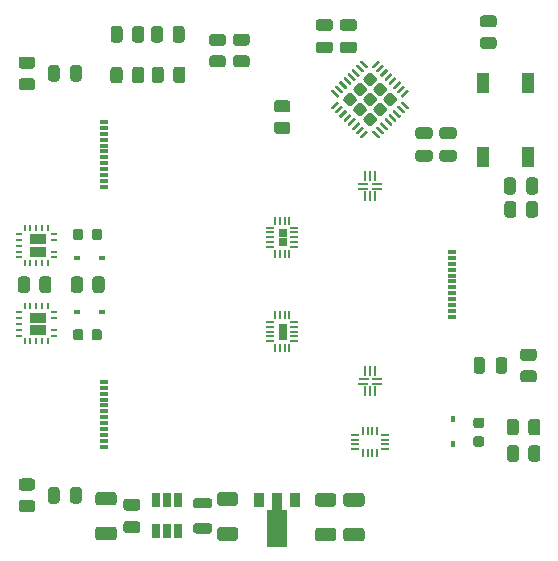
<source format=gbr>
G04 #@! TF.GenerationSoftware,KiCad,Pcbnew,5.1.9-73d0e3b20d~88~ubuntu20.04.1*
G04 #@! TF.CreationDate,2021-01-17T19:34:15+02:00*
G04 #@! TF.ProjectId,USB-TypeC-Switch,5553422d-5479-4706-9543-2d5377697463,rev?*
G04 #@! TF.SameCoordinates,Original*
G04 #@! TF.FileFunction,Paste,Top*
G04 #@! TF.FilePolarity,Positive*
%FSLAX46Y46*%
G04 Gerber Fmt 4.6, Leading zero omitted, Abs format (unit mm)*
G04 Created by KiCad (PCBNEW 5.1.9-73d0e3b20d~88~ubuntu20.04.1) date 2021-01-17 19:34:15*
%MOMM*%
%LPD*%
G01*
G04 APERTURE LIST*
%ADD10C,0.010000*%
%ADD11R,0.710000X0.200000*%
%ADD12R,0.200000X0.710000*%
%ADD13R,0.200000X0.800000*%
%ADD14R,0.800000X0.200000*%
%ADD15R,0.914400X0.225000*%
%ADD16R,0.812800X0.225000*%
%ADD17R,0.225000X0.812800*%
%ADD18R,0.178600X0.604799*%
%ADD19R,0.604799X0.178600*%
%ADD20R,1.346200X0.812800*%
%ADD21R,0.700000X0.320000*%
%ADD22R,0.650000X1.220000*%
%ADD23C,0.100000*%
%ADD24R,0.900000X1.300000*%
%ADD25R,1.000000X1.700000*%
%ADD26R,0.600000X0.450000*%
%ADD27R,0.450000X0.600000*%
G04 APERTURE END LIST*
D10*
G36*
X55650000Y-115660000D02*
G01*
X55050000Y-115660000D01*
X55050000Y-115060000D01*
X55650000Y-115060000D01*
X55650000Y-115660000D01*
G37*
X55650000Y-115660000D02*
X55050000Y-115660000D01*
X55050000Y-115060000D01*
X55650000Y-115060000D01*
X55650000Y-115660000D01*
G36*
X55650000Y-114940000D02*
G01*
X55050000Y-114940000D01*
X55050000Y-114340000D01*
X55650000Y-114340000D01*
X55650000Y-114940000D01*
G37*
X55650000Y-114940000D02*
X55050000Y-114940000D01*
X55050000Y-114340000D01*
X55650000Y-114340000D01*
X55650000Y-114940000D01*
G36*
X55650000Y-107660000D02*
G01*
X55050000Y-107660000D01*
X55050000Y-107060000D01*
X55650000Y-107060000D01*
X55650000Y-107660000D01*
G37*
X55650000Y-107660000D02*
X55050000Y-107660000D01*
X55050000Y-107060000D01*
X55650000Y-107060000D01*
X55650000Y-107660000D01*
G36*
X55650000Y-106940000D02*
G01*
X55050000Y-106940000D01*
X55050000Y-106340000D01*
X55650000Y-106340000D01*
X55650000Y-106940000D01*
G37*
X55650000Y-106940000D02*
X55050000Y-106940000D01*
X55050000Y-106340000D01*
X55650000Y-106340000D01*
X55650000Y-106940000D01*
G36*
G01*
X49191250Y-129975000D02*
X48028750Y-129975000D01*
G75*
G02*
X47810000Y-129756250I0J218750D01*
G01*
X47810000Y-129318750D01*
G75*
G02*
X48028750Y-129100000I218750J0D01*
G01*
X49191250Y-129100000D01*
G75*
G02*
X49410000Y-129318750I0J-218750D01*
G01*
X49410000Y-129756250D01*
G75*
G02*
X49191250Y-129975000I-218750J0D01*
G01*
G37*
G36*
G01*
X49191250Y-132100000D02*
X48028750Y-132100000D01*
G75*
G02*
X47810000Y-131881250I0J218750D01*
G01*
X47810000Y-131443750D01*
G75*
G02*
X48028750Y-131225000I218750J0D01*
G01*
X49191250Y-131225000D01*
G75*
G02*
X49410000Y-131443750I0J-218750D01*
G01*
X49410000Y-131881250D01*
G75*
G02*
X49191250Y-132100000I-218750J0D01*
G01*
G37*
D11*
X56345000Y-115800000D03*
X56345000Y-115400000D03*
X56345000Y-115000000D03*
X56345000Y-114600000D03*
X56345000Y-114200000D03*
D12*
X55950000Y-113605000D03*
X55550000Y-113605000D03*
X55150000Y-113605000D03*
X54750000Y-113605000D03*
D11*
X54355000Y-114200000D03*
X54355000Y-114600000D03*
X54355000Y-115000000D03*
X54355000Y-115400000D03*
X54355000Y-115800000D03*
D12*
X54750000Y-116395000D03*
X55150000Y-116395000D03*
X55550000Y-116395000D03*
X55950000Y-116395000D03*
D11*
X56345000Y-107800000D03*
X56345000Y-107400000D03*
X56345000Y-107000000D03*
X56345000Y-106600000D03*
X56345000Y-106200000D03*
D12*
X55950000Y-105605000D03*
X55550000Y-105605000D03*
X55150000Y-105605000D03*
X54750000Y-105605000D03*
D11*
X54355000Y-106200000D03*
X54355000Y-106600000D03*
X54355000Y-107000000D03*
X54355000Y-107400000D03*
X54355000Y-107800000D03*
D12*
X54750000Y-108395000D03*
X55150000Y-108395000D03*
X55550000Y-108395000D03*
X55950000Y-108395000D03*
D13*
X63390000Y-123450000D03*
X62990000Y-123450000D03*
X62590000Y-123450000D03*
X62190000Y-123450000D03*
D14*
X61490000Y-123750000D03*
X61490000Y-124150000D03*
X61490000Y-124550000D03*
X61490000Y-124950000D03*
D13*
X62190000Y-125250000D03*
X62590000Y-125250000D03*
X62990000Y-125250000D03*
X63390000Y-125250000D03*
D14*
X64090000Y-124950000D03*
X64090000Y-124550000D03*
X64090000Y-124150000D03*
X64090000Y-123750000D03*
D15*
X62253900Y-119000000D03*
D16*
X62203100Y-119400000D03*
D17*
X62400001Y-120060100D03*
X62800000Y-120060100D03*
X63199999Y-120060100D03*
D16*
X63396900Y-119400000D03*
X63396900Y-119000000D03*
D17*
X63199999Y-118339900D03*
X62800000Y-118339900D03*
X62400001Y-118339900D03*
D15*
X63346100Y-102900000D03*
D16*
X63396900Y-102500000D03*
D17*
X63199999Y-101839900D03*
X62800000Y-101839900D03*
X62400001Y-101839900D03*
D16*
X62203100Y-102500000D03*
X62203100Y-102900000D03*
D17*
X62400001Y-103560100D03*
X62800000Y-103560100D03*
X63199999Y-103560100D03*
D18*
X35530001Y-112843800D03*
X35029999Y-112843800D03*
X34530000Y-112843800D03*
X34030001Y-112843800D03*
X33529999Y-112843800D03*
D19*
X33033800Y-113339999D03*
X33033800Y-113840001D03*
X33033800Y-114340000D03*
X33033800Y-114839999D03*
X33033800Y-115340001D03*
D18*
X33529999Y-115836200D03*
X34030001Y-115836200D03*
X34530000Y-115836200D03*
X35029999Y-115836200D03*
X35530001Y-115836200D03*
D19*
X36026200Y-115340001D03*
X36026200Y-114839999D03*
X36026200Y-113840001D03*
X36026200Y-113339999D03*
D20*
X34700000Y-113820000D03*
X34700000Y-114860000D03*
D18*
X35530001Y-106223800D03*
X35029999Y-106223800D03*
X34530000Y-106223800D03*
X34030001Y-106223800D03*
X33529999Y-106223800D03*
D19*
X33033800Y-106719999D03*
X33033800Y-107220001D03*
X33033800Y-107720000D03*
X33033800Y-108219999D03*
X33033800Y-108720001D03*
D18*
X33529999Y-109216200D03*
X34030001Y-109216200D03*
X34530000Y-109216200D03*
X35029999Y-109216200D03*
X35530001Y-109216200D03*
D19*
X36026200Y-108720001D03*
X36026200Y-108219999D03*
X36026200Y-107220001D03*
X36026200Y-106719999D03*
D20*
X34700000Y-107200000D03*
X34700000Y-108240000D03*
D21*
X40240000Y-119250000D03*
X40240000Y-119750000D03*
X40240000Y-120250000D03*
X40240000Y-120750000D03*
X40240000Y-121250000D03*
X40240000Y-121750000D03*
X40240000Y-122250000D03*
X40240000Y-122750000D03*
X40240000Y-123250000D03*
X40240000Y-123750000D03*
X40240000Y-124250000D03*
X40240000Y-124750000D03*
X69760000Y-113750000D03*
X69760000Y-113250000D03*
X69760000Y-112750000D03*
X69760000Y-112250000D03*
X69760000Y-111750000D03*
X69760000Y-111250000D03*
X69760000Y-110750000D03*
X69760000Y-110250000D03*
X69760000Y-109750000D03*
X69760000Y-109250000D03*
X69760000Y-108750000D03*
X69760000Y-108250000D03*
X40240000Y-97250000D03*
X40240000Y-97750000D03*
X40240000Y-98250000D03*
X40240000Y-98750000D03*
X40240000Y-99250000D03*
X40240000Y-99750000D03*
X40240000Y-100250000D03*
X40240000Y-100750000D03*
X40240000Y-101250000D03*
X40240000Y-101750000D03*
X40240000Y-102250000D03*
X40240000Y-102750000D03*
G36*
G01*
X43095000Y-130150000D02*
X42145000Y-130150000D01*
G75*
G02*
X41895000Y-129900000I0J250000D01*
G01*
X41895000Y-129400000D01*
G75*
G02*
X42145000Y-129150000I250000J0D01*
G01*
X43095000Y-129150000D01*
G75*
G02*
X43345000Y-129400000I0J-250000D01*
G01*
X43345000Y-129900000D01*
G75*
G02*
X43095000Y-130150000I-250000J0D01*
G01*
G37*
G36*
G01*
X43095000Y-132050000D02*
X42145000Y-132050000D01*
G75*
G02*
X41895000Y-131800000I0J250000D01*
G01*
X41895000Y-131300000D01*
G75*
G02*
X42145000Y-131050000I250000J0D01*
G01*
X43095000Y-131050000D01*
G75*
G02*
X43345000Y-131300000I0J-250000D01*
G01*
X43345000Y-131800000D01*
G75*
G02*
X43095000Y-132050000I-250000J0D01*
G01*
G37*
G36*
G01*
X68915000Y-97706000D02*
X69865000Y-97706000D01*
G75*
G02*
X70115000Y-97956000I0J-250000D01*
G01*
X70115000Y-98456000D01*
G75*
G02*
X69865000Y-98706000I-250000J0D01*
G01*
X68915000Y-98706000D01*
G75*
G02*
X68665000Y-98456000I0J250000D01*
G01*
X68665000Y-97956000D01*
G75*
G02*
X68915000Y-97706000I250000J0D01*
G01*
G37*
G36*
G01*
X68915000Y-99606000D02*
X69865000Y-99606000D01*
G75*
G02*
X70115000Y-99856000I0J-250000D01*
G01*
X70115000Y-100356000D01*
G75*
G02*
X69865000Y-100606000I-250000J0D01*
G01*
X68915000Y-100606000D01*
G75*
G02*
X68665000Y-100356000I0J250000D01*
G01*
X68665000Y-99856000D01*
G75*
G02*
X68915000Y-99606000I250000J0D01*
G01*
G37*
G36*
G01*
X66883000Y-99606000D02*
X67833000Y-99606000D01*
G75*
G02*
X68083000Y-99856000I0J-250000D01*
G01*
X68083000Y-100356000D01*
G75*
G02*
X67833000Y-100606000I-250000J0D01*
G01*
X66883000Y-100606000D01*
G75*
G02*
X66633000Y-100356000I0J250000D01*
G01*
X66633000Y-99856000D01*
G75*
G02*
X66883000Y-99606000I250000J0D01*
G01*
G37*
G36*
G01*
X66883000Y-97706000D02*
X67833000Y-97706000D01*
G75*
G02*
X68083000Y-97956000I0J-250000D01*
G01*
X68083000Y-98456000D01*
G75*
G02*
X67833000Y-98706000I-250000J0D01*
G01*
X66883000Y-98706000D01*
G75*
G02*
X66633000Y-98456000I0J250000D01*
G01*
X66633000Y-97956000D01*
G75*
G02*
X66883000Y-97706000I250000J0D01*
G01*
G37*
G36*
G01*
X61427000Y-89538000D02*
X60477000Y-89538000D01*
G75*
G02*
X60227000Y-89288000I0J250000D01*
G01*
X60227000Y-88788000D01*
G75*
G02*
X60477000Y-88538000I250000J0D01*
G01*
X61427000Y-88538000D01*
G75*
G02*
X61677000Y-88788000I0J-250000D01*
G01*
X61677000Y-89288000D01*
G75*
G02*
X61427000Y-89538000I-250000J0D01*
G01*
G37*
G36*
G01*
X61427000Y-91438000D02*
X60477000Y-91438000D01*
G75*
G02*
X60227000Y-91188000I0J250000D01*
G01*
X60227000Y-90688000D01*
G75*
G02*
X60477000Y-90438000I250000J0D01*
G01*
X61427000Y-90438000D01*
G75*
G02*
X61677000Y-90688000I0J-250000D01*
G01*
X61677000Y-91188000D01*
G75*
G02*
X61427000Y-91438000I-250000J0D01*
G01*
G37*
G36*
G01*
X59395000Y-91438000D02*
X58445000Y-91438000D01*
G75*
G02*
X58195000Y-91188000I0J250000D01*
G01*
X58195000Y-90688000D01*
G75*
G02*
X58445000Y-90438000I250000J0D01*
G01*
X59395000Y-90438000D01*
G75*
G02*
X59645000Y-90688000I0J-250000D01*
G01*
X59645000Y-91188000D01*
G75*
G02*
X59395000Y-91438000I-250000J0D01*
G01*
G37*
G36*
G01*
X59395000Y-89538000D02*
X58445000Y-89538000D01*
G75*
G02*
X58195000Y-89288000I0J250000D01*
G01*
X58195000Y-88788000D01*
G75*
G02*
X58445000Y-88538000I250000J0D01*
G01*
X59395000Y-88538000D01*
G75*
G02*
X59645000Y-88788000I0J-250000D01*
G01*
X59645000Y-89288000D01*
G75*
G02*
X59395000Y-89538000I-250000J0D01*
G01*
G37*
G36*
G01*
X40305000Y-110579999D02*
X40305000Y-111480001D01*
G75*
G02*
X40055001Y-111730000I-249999J0D01*
G01*
X39529999Y-111730000D01*
G75*
G02*
X39280000Y-111480001I0J249999D01*
G01*
X39280000Y-110579999D01*
G75*
G02*
X39529999Y-110330000I249999J0D01*
G01*
X40055001Y-110330000D01*
G75*
G02*
X40305000Y-110579999I0J-249999D01*
G01*
G37*
G36*
G01*
X38480000Y-110579999D02*
X38480000Y-111480001D01*
G75*
G02*
X38230001Y-111730000I-249999J0D01*
G01*
X37704999Y-111730000D01*
G75*
G02*
X37455000Y-111480001I0J249999D01*
G01*
X37455000Y-110579999D01*
G75*
G02*
X37704999Y-110330000I249999J0D01*
G01*
X38230001Y-110330000D01*
G75*
G02*
X38480000Y-110579999I0J-249999D01*
G01*
G37*
G36*
G01*
X32965000Y-111480001D02*
X32965000Y-110579999D01*
G75*
G02*
X33214999Y-110330000I249999J0D01*
G01*
X33740001Y-110330000D01*
G75*
G02*
X33990000Y-110579999I0J-249999D01*
G01*
X33990000Y-111480001D01*
G75*
G02*
X33740001Y-111730000I-249999J0D01*
G01*
X33214999Y-111730000D01*
G75*
G02*
X32965000Y-111480001I0J249999D01*
G01*
G37*
G36*
G01*
X34790000Y-111480001D02*
X34790000Y-110579999D01*
G75*
G02*
X35039999Y-110330000I249999J0D01*
G01*
X35565001Y-110330000D01*
G75*
G02*
X35815000Y-110579999I0J-249999D01*
G01*
X35815000Y-111480001D01*
G75*
G02*
X35565001Y-111730000I-249999J0D01*
G01*
X35039999Y-111730000D01*
G75*
G02*
X34790000Y-111480001I0J249999D01*
G01*
G37*
G36*
G01*
X41840000Y-89379999D02*
X41840000Y-90280001D01*
G75*
G02*
X41590001Y-90530000I-249999J0D01*
G01*
X41064999Y-90530000D01*
G75*
G02*
X40815000Y-90280001I0J249999D01*
G01*
X40815000Y-89379999D01*
G75*
G02*
X41064999Y-89130000I249999J0D01*
G01*
X41590001Y-89130000D01*
G75*
G02*
X41840000Y-89379999I0J-249999D01*
G01*
G37*
G36*
G01*
X43665000Y-89379999D02*
X43665000Y-90280001D01*
G75*
G02*
X43415001Y-90530000I-249999J0D01*
G01*
X42889999Y-90530000D01*
G75*
G02*
X42640000Y-90280001I0J249999D01*
G01*
X42640000Y-89379999D01*
G75*
G02*
X42889999Y-89130000I249999J0D01*
G01*
X43415001Y-89130000D01*
G75*
G02*
X43665000Y-89379999I0J-249999D01*
G01*
G37*
G36*
G01*
X47085000Y-89379999D02*
X47085000Y-90280001D01*
G75*
G02*
X46835001Y-90530000I-249999J0D01*
G01*
X46309999Y-90530000D01*
G75*
G02*
X46060000Y-90280001I0J249999D01*
G01*
X46060000Y-89379999D01*
G75*
G02*
X46309999Y-89130000I249999J0D01*
G01*
X46835001Y-89130000D01*
G75*
G02*
X47085000Y-89379999I0J-249999D01*
G01*
G37*
G36*
G01*
X45260000Y-89379999D02*
X45260000Y-90280001D01*
G75*
G02*
X45010001Y-90530000I-249999J0D01*
G01*
X44484999Y-90530000D01*
G75*
G02*
X44235000Y-90280001I0J249999D01*
G01*
X44235000Y-89379999D01*
G75*
G02*
X44484999Y-89130000I249999J0D01*
G01*
X45010001Y-89130000D01*
G75*
G02*
X45260000Y-89379999I0J-249999D01*
G01*
G37*
G36*
G01*
X43655000Y-92829999D02*
X43655000Y-93730001D01*
G75*
G02*
X43405001Y-93980000I-249999J0D01*
G01*
X42879999Y-93980000D01*
G75*
G02*
X42630000Y-93730001I0J249999D01*
G01*
X42630000Y-92829999D01*
G75*
G02*
X42879999Y-92580000I249999J0D01*
G01*
X43405001Y-92580000D01*
G75*
G02*
X43655000Y-92829999I0J-249999D01*
G01*
G37*
G36*
G01*
X41830000Y-92829999D02*
X41830000Y-93730001D01*
G75*
G02*
X41580001Y-93980000I-249999J0D01*
G01*
X41054999Y-93980000D01*
G75*
G02*
X40805000Y-93730001I0J249999D01*
G01*
X40805000Y-92829999D01*
G75*
G02*
X41054999Y-92580000I249999J0D01*
G01*
X41580001Y-92580000D01*
G75*
G02*
X41830000Y-92829999I0J-249999D01*
G01*
G37*
G36*
G01*
X45330000Y-92809999D02*
X45330000Y-93710001D01*
G75*
G02*
X45080001Y-93960000I-249999J0D01*
G01*
X44554999Y-93960000D01*
G75*
G02*
X44305000Y-93710001I0J249999D01*
G01*
X44305000Y-92809999D01*
G75*
G02*
X44554999Y-92560000I249999J0D01*
G01*
X45080001Y-92560000D01*
G75*
G02*
X45330000Y-92809999I0J-249999D01*
G01*
G37*
G36*
G01*
X47155000Y-92809999D02*
X47155000Y-93710001D01*
G75*
G02*
X46905001Y-93960000I-249999J0D01*
G01*
X46379999Y-93960000D01*
G75*
G02*
X46130000Y-93710001I0J249999D01*
G01*
X46130000Y-92809999D01*
G75*
G02*
X46379999Y-92560000I249999J0D01*
G01*
X46905001Y-92560000D01*
G75*
G02*
X47155000Y-92809999I0J-249999D01*
G01*
G37*
G36*
G01*
X77209000Y-122639999D02*
X77209000Y-123540001D01*
G75*
G02*
X76959001Y-123790000I-249999J0D01*
G01*
X76433999Y-123790000D01*
G75*
G02*
X76184000Y-123540001I0J249999D01*
G01*
X76184000Y-122639999D01*
G75*
G02*
X76433999Y-122390000I249999J0D01*
G01*
X76959001Y-122390000D01*
G75*
G02*
X77209000Y-122639999I0J-249999D01*
G01*
G37*
G36*
G01*
X75384000Y-122639999D02*
X75384000Y-123540001D01*
G75*
G02*
X75134001Y-123790000I-249999J0D01*
G01*
X74608999Y-123790000D01*
G75*
G02*
X74359000Y-123540001I0J249999D01*
G01*
X74359000Y-122639999D01*
G75*
G02*
X74608999Y-122390000I249999J0D01*
G01*
X75134001Y-122390000D01*
G75*
G02*
X75384000Y-122639999I0J-249999D01*
G01*
G37*
G36*
G01*
X76190000Y-125770001D02*
X76190000Y-124869999D01*
G75*
G02*
X76439999Y-124620000I249999J0D01*
G01*
X76965001Y-124620000D01*
G75*
G02*
X77215000Y-124869999I0J-249999D01*
G01*
X77215000Y-125770001D01*
G75*
G02*
X76965001Y-126020000I-249999J0D01*
G01*
X76439999Y-126020000D01*
G75*
G02*
X76190000Y-125770001I0J249999D01*
G01*
G37*
G36*
G01*
X74365000Y-125770001D02*
X74365000Y-124869999D01*
G75*
G02*
X74614999Y-124620000I249999J0D01*
G01*
X75140001Y-124620000D01*
G75*
G02*
X75390000Y-124869999I0J-249999D01*
G01*
X75390000Y-125770001D01*
G75*
G02*
X75140001Y-126020000I-249999J0D01*
G01*
X74614999Y-126020000D01*
G75*
G02*
X74365000Y-125770001I0J249999D01*
G01*
G37*
G36*
G01*
X73250001Y-91075000D02*
X72349999Y-91075000D01*
G75*
G02*
X72100000Y-90825001I0J249999D01*
G01*
X72100000Y-90299999D01*
G75*
G02*
X72349999Y-90050000I249999J0D01*
G01*
X73250001Y-90050000D01*
G75*
G02*
X73500000Y-90299999I0J-249999D01*
G01*
X73500000Y-90825001D01*
G75*
G02*
X73250001Y-91075000I-249999J0D01*
G01*
G37*
G36*
G01*
X73250001Y-89250000D02*
X72349999Y-89250000D01*
G75*
G02*
X72100000Y-89000001I0J249999D01*
G01*
X72100000Y-88474999D01*
G75*
G02*
X72349999Y-88225000I249999J0D01*
G01*
X73250001Y-88225000D01*
G75*
G02*
X73500000Y-88474999I0J-249999D01*
G01*
X73500000Y-89000001D01*
G75*
G02*
X73250001Y-89250000I-249999J0D01*
G01*
G37*
G36*
G01*
X75980000Y-105100001D02*
X75980000Y-104199999D01*
G75*
G02*
X76229999Y-103950000I249999J0D01*
G01*
X76755001Y-103950000D01*
G75*
G02*
X77005000Y-104199999I0J-249999D01*
G01*
X77005000Y-105100001D01*
G75*
G02*
X76755001Y-105350000I-249999J0D01*
G01*
X76229999Y-105350000D01*
G75*
G02*
X75980000Y-105100001I0J249999D01*
G01*
G37*
G36*
G01*
X74155000Y-105100001D02*
X74155000Y-104199999D01*
G75*
G02*
X74404999Y-103950000I249999J0D01*
G01*
X74930001Y-103950000D01*
G75*
G02*
X75180000Y-104199999I0J-249999D01*
G01*
X75180000Y-105100001D01*
G75*
G02*
X74930001Y-105350000I-249999J0D01*
G01*
X74404999Y-105350000D01*
G75*
G02*
X74155000Y-105100001I0J249999D01*
G01*
G37*
D22*
X46560000Y-131850000D03*
X45610000Y-131850000D03*
X44660000Y-131850000D03*
X44660000Y-129230000D03*
X45610000Y-129230000D03*
X46560000Y-129230000D03*
D23*
G36*
X54053500Y-133240000D02*
G01*
X54053500Y-130115000D01*
X54470000Y-130115000D01*
X54470000Y-128640000D01*
X55370000Y-128640000D01*
X55370000Y-130115000D01*
X55786500Y-130115000D01*
X55786500Y-133240000D01*
X54053500Y-133240000D01*
G37*
D24*
X53420000Y-129290000D03*
X56420000Y-129290000D03*
G36*
G01*
X61259442Y-94835580D02*
X61602389Y-95178527D01*
G75*
G02*
X61602389Y-95521473I-171473J-171473D01*
G01*
X61259442Y-95864420D01*
G75*
G02*
X60916496Y-95864420I-171473J171473D01*
G01*
X60573549Y-95521473D01*
G75*
G02*
X60573549Y-95178527I171473J171473D01*
G01*
X60916496Y-94835580D01*
G75*
G02*
X61259442Y-94835580I171473J-171473D01*
G01*
G37*
G36*
G01*
X62107970Y-95684108D02*
X62450917Y-96027055D01*
G75*
G02*
X62450917Y-96370001I-171473J-171473D01*
G01*
X62107970Y-96712948D01*
G75*
G02*
X61765024Y-96712948I-171473J171473D01*
G01*
X61422077Y-96370001D01*
G75*
G02*
X61422077Y-96027055I171473J171473D01*
G01*
X61765024Y-95684108D01*
G75*
G02*
X62107970Y-95684108I171473J-171473D01*
G01*
G37*
G36*
G01*
X62956498Y-96532636D02*
X63299445Y-96875583D01*
G75*
G02*
X63299445Y-97218529I-171473J-171473D01*
G01*
X62956498Y-97561476D01*
G75*
G02*
X62613552Y-97561476I-171473J171473D01*
G01*
X62270605Y-97218529D01*
G75*
G02*
X62270605Y-96875583I171473J171473D01*
G01*
X62613552Y-96532636D01*
G75*
G02*
X62956498Y-96532636I171473J-171473D01*
G01*
G37*
G36*
G01*
X62107970Y-93987052D02*
X62450917Y-94329999D01*
G75*
G02*
X62450917Y-94672945I-171473J-171473D01*
G01*
X62107970Y-95015892D01*
G75*
G02*
X61765024Y-95015892I-171473J171473D01*
G01*
X61422077Y-94672945D01*
G75*
G02*
X61422077Y-94329999I171473J171473D01*
G01*
X61765024Y-93987052D01*
G75*
G02*
X62107970Y-93987052I171473J-171473D01*
G01*
G37*
G36*
G01*
X62956498Y-94835580D02*
X63299445Y-95178527D01*
G75*
G02*
X63299445Y-95521473I-171473J-171473D01*
G01*
X62956498Y-95864420D01*
G75*
G02*
X62613552Y-95864420I-171473J171473D01*
G01*
X62270605Y-95521473D01*
G75*
G02*
X62270605Y-95178527I171473J171473D01*
G01*
X62613552Y-94835580D01*
G75*
G02*
X62956498Y-94835580I171473J-171473D01*
G01*
G37*
G36*
G01*
X63805026Y-95684108D02*
X64147973Y-96027055D01*
G75*
G02*
X64147973Y-96370001I-171473J-171473D01*
G01*
X63805026Y-96712948D01*
G75*
G02*
X63462080Y-96712948I-171473J171473D01*
G01*
X63119133Y-96370001D01*
G75*
G02*
X63119133Y-96027055I171473J171473D01*
G01*
X63462080Y-95684108D01*
G75*
G02*
X63805026Y-95684108I171473J-171473D01*
G01*
G37*
G36*
G01*
X62956498Y-93138524D02*
X63299445Y-93481471D01*
G75*
G02*
X63299445Y-93824417I-171473J-171473D01*
G01*
X62956498Y-94167364D01*
G75*
G02*
X62613552Y-94167364I-171473J171473D01*
G01*
X62270605Y-93824417D01*
G75*
G02*
X62270605Y-93481471I171473J171473D01*
G01*
X62613552Y-93138524D01*
G75*
G02*
X62956498Y-93138524I171473J-171473D01*
G01*
G37*
G36*
G01*
X63805026Y-93987052D02*
X64147973Y-94329999D01*
G75*
G02*
X64147973Y-94672945I-171473J-171473D01*
G01*
X63805026Y-95015892D01*
G75*
G02*
X63462080Y-95015892I-171473J171473D01*
G01*
X63119133Y-94672945D01*
G75*
G02*
X63119133Y-94329999I171473J171473D01*
G01*
X63462080Y-93987052D01*
G75*
G02*
X63805026Y-93987052I171473J-171473D01*
G01*
G37*
G36*
G01*
X64653554Y-94835580D02*
X64996501Y-95178527D01*
G75*
G02*
X64996501Y-95521473I-171473J-171473D01*
G01*
X64653554Y-95864420D01*
G75*
G02*
X64310608Y-95864420I-171473J171473D01*
G01*
X63967661Y-95521473D01*
G75*
G02*
X63967661Y-95178527I171473J171473D01*
G01*
X64310608Y-94835580D01*
G75*
G02*
X64653554Y-94835580I171473J-171473D01*
G01*
G37*
G36*
G01*
X65604613Y-95517938D02*
X66081910Y-95995235D01*
G75*
G02*
X66081910Y-96083623I-44194J-44194D01*
G01*
X65993521Y-96172012D01*
G75*
G02*
X65905133Y-96172012I-44194J44194D01*
G01*
X65427836Y-95694715D01*
G75*
G02*
X65427836Y-95606327I44194J44194D01*
G01*
X65516225Y-95517938D01*
G75*
G02*
X65604613Y-95517938I44194J-44194D01*
G01*
G37*
G36*
G01*
X65251060Y-95871491D02*
X65728357Y-96348788D01*
G75*
G02*
X65728357Y-96437176I-44194J-44194D01*
G01*
X65639968Y-96525565D01*
G75*
G02*
X65551580Y-96525565I-44194J44194D01*
G01*
X65074283Y-96048268D01*
G75*
G02*
X65074283Y-95959880I44194J44194D01*
G01*
X65162672Y-95871491D01*
G75*
G02*
X65251060Y-95871491I44194J-44194D01*
G01*
G37*
G36*
G01*
X64897507Y-96225045D02*
X65374804Y-96702342D01*
G75*
G02*
X65374804Y-96790730I-44194J-44194D01*
G01*
X65286415Y-96879119D01*
G75*
G02*
X65198027Y-96879119I-44194J44194D01*
G01*
X64720730Y-96401822D01*
G75*
G02*
X64720730Y-96313434I44194J44194D01*
G01*
X64809119Y-96225045D01*
G75*
G02*
X64897507Y-96225045I44194J-44194D01*
G01*
G37*
G36*
G01*
X64543953Y-96578598D02*
X65021250Y-97055895D01*
G75*
G02*
X65021250Y-97144283I-44194J-44194D01*
G01*
X64932861Y-97232672D01*
G75*
G02*
X64844473Y-97232672I-44194J44194D01*
G01*
X64367176Y-96755375D01*
G75*
G02*
X64367176Y-96666987I44194J44194D01*
G01*
X64455565Y-96578598D01*
G75*
G02*
X64543953Y-96578598I44194J-44194D01*
G01*
G37*
G36*
G01*
X64190400Y-96932151D02*
X64667697Y-97409448D01*
G75*
G02*
X64667697Y-97497836I-44194J-44194D01*
G01*
X64579308Y-97586225D01*
G75*
G02*
X64490920Y-97586225I-44194J44194D01*
G01*
X64013623Y-97108928D01*
G75*
G02*
X64013623Y-97020540I44194J44194D01*
G01*
X64102012Y-96932151D01*
G75*
G02*
X64190400Y-96932151I44194J-44194D01*
G01*
G37*
G36*
G01*
X63836847Y-97285705D02*
X64314144Y-97763002D01*
G75*
G02*
X64314144Y-97851390I-44194J-44194D01*
G01*
X64225755Y-97939779D01*
G75*
G02*
X64137367Y-97939779I-44194J44194D01*
G01*
X63660070Y-97462482D01*
G75*
G02*
X63660070Y-97374094I44194J44194D01*
G01*
X63748459Y-97285705D01*
G75*
G02*
X63836847Y-97285705I44194J-44194D01*
G01*
G37*
G36*
G01*
X63483293Y-97639258D02*
X63960590Y-98116555D01*
G75*
G02*
X63960590Y-98204943I-44194J-44194D01*
G01*
X63872201Y-98293332D01*
G75*
G02*
X63783813Y-98293332I-44194J44194D01*
G01*
X63306516Y-97816035D01*
G75*
G02*
X63306516Y-97727647I44194J44194D01*
G01*
X63394905Y-97639258D01*
G75*
G02*
X63483293Y-97639258I44194J-44194D01*
G01*
G37*
G36*
G01*
X63129740Y-97992811D02*
X63607037Y-98470108D01*
G75*
G02*
X63607037Y-98558496I-44194J-44194D01*
G01*
X63518648Y-98646885D01*
G75*
G02*
X63430260Y-98646885I-44194J44194D01*
G01*
X62952963Y-98169588D01*
G75*
G02*
X62952963Y-98081200I44194J44194D01*
G01*
X63041352Y-97992811D01*
G75*
G02*
X63129740Y-97992811I44194J-44194D01*
G01*
G37*
G36*
G01*
X62528698Y-97992811D02*
X62617087Y-98081200D01*
G75*
G02*
X62617087Y-98169588I-44194J-44194D01*
G01*
X62139790Y-98646885D01*
G75*
G02*
X62051402Y-98646885I-44194J44194D01*
G01*
X61963013Y-98558496D01*
G75*
G02*
X61963013Y-98470108I44194J44194D01*
G01*
X62440310Y-97992811D01*
G75*
G02*
X62528698Y-97992811I44194J-44194D01*
G01*
G37*
G36*
G01*
X62175145Y-97639258D02*
X62263534Y-97727647D01*
G75*
G02*
X62263534Y-97816035I-44194J-44194D01*
G01*
X61786237Y-98293332D01*
G75*
G02*
X61697849Y-98293332I-44194J44194D01*
G01*
X61609460Y-98204943D01*
G75*
G02*
X61609460Y-98116555I44194J44194D01*
G01*
X62086757Y-97639258D01*
G75*
G02*
X62175145Y-97639258I44194J-44194D01*
G01*
G37*
G36*
G01*
X61821591Y-97285705D02*
X61909980Y-97374094D01*
G75*
G02*
X61909980Y-97462482I-44194J-44194D01*
G01*
X61432683Y-97939779D01*
G75*
G02*
X61344295Y-97939779I-44194J44194D01*
G01*
X61255906Y-97851390D01*
G75*
G02*
X61255906Y-97763002I44194J44194D01*
G01*
X61733203Y-97285705D01*
G75*
G02*
X61821591Y-97285705I44194J-44194D01*
G01*
G37*
G36*
G01*
X61468038Y-96932151D02*
X61556427Y-97020540D01*
G75*
G02*
X61556427Y-97108928I-44194J-44194D01*
G01*
X61079130Y-97586225D01*
G75*
G02*
X60990742Y-97586225I-44194J44194D01*
G01*
X60902353Y-97497836D01*
G75*
G02*
X60902353Y-97409448I44194J44194D01*
G01*
X61379650Y-96932151D01*
G75*
G02*
X61468038Y-96932151I44194J-44194D01*
G01*
G37*
G36*
G01*
X61114485Y-96578598D02*
X61202874Y-96666987D01*
G75*
G02*
X61202874Y-96755375I-44194J-44194D01*
G01*
X60725577Y-97232672D01*
G75*
G02*
X60637189Y-97232672I-44194J44194D01*
G01*
X60548800Y-97144283D01*
G75*
G02*
X60548800Y-97055895I44194J44194D01*
G01*
X61026097Y-96578598D01*
G75*
G02*
X61114485Y-96578598I44194J-44194D01*
G01*
G37*
G36*
G01*
X60760931Y-96225045D02*
X60849320Y-96313434D01*
G75*
G02*
X60849320Y-96401822I-44194J-44194D01*
G01*
X60372023Y-96879119D01*
G75*
G02*
X60283635Y-96879119I-44194J44194D01*
G01*
X60195246Y-96790730D01*
G75*
G02*
X60195246Y-96702342I44194J44194D01*
G01*
X60672543Y-96225045D01*
G75*
G02*
X60760931Y-96225045I44194J-44194D01*
G01*
G37*
G36*
G01*
X60407378Y-95871491D02*
X60495767Y-95959880D01*
G75*
G02*
X60495767Y-96048268I-44194J-44194D01*
G01*
X60018470Y-96525565D01*
G75*
G02*
X59930082Y-96525565I-44194J44194D01*
G01*
X59841693Y-96437176D01*
G75*
G02*
X59841693Y-96348788I44194J44194D01*
G01*
X60318990Y-95871491D01*
G75*
G02*
X60407378Y-95871491I44194J-44194D01*
G01*
G37*
G36*
G01*
X60053825Y-95517938D02*
X60142214Y-95606327D01*
G75*
G02*
X60142214Y-95694715I-44194J-44194D01*
G01*
X59664917Y-96172012D01*
G75*
G02*
X59576529Y-96172012I-44194J44194D01*
G01*
X59488140Y-96083623D01*
G75*
G02*
X59488140Y-95995235I44194J44194D01*
G01*
X59965437Y-95517938D01*
G75*
G02*
X60053825Y-95517938I44194J-44194D01*
G01*
G37*
G36*
G01*
X59664917Y-94527988D02*
X60142214Y-95005285D01*
G75*
G02*
X60142214Y-95093673I-44194J-44194D01*
G01*
X60053825Y-95182062D01*
G75*
G02*
X59965437Y-95182062I-44194J44194D01*
G01*
X59488140Y-94704765D01*
G75*
G02*
X59488140Y-94616377I44194J44194D01*
G01*
X59576529Y-94527988D01*
G75*
G02*
X59664917Y-94527988I44194J-44194D01*
G01*
G37*
G36*
G01*
X60018470Y-94174435D02*
X60495767Y-94651732D01*
G75*
G02*
X60495767Y-94740120I-44194J-44194D01*
G01*
X60407378Y-94828509D01*
G75*
G02*
X60318990Y-94828509I-44194J44194D01*
G01*
X59841693Y-94351212D01*
G75*
G02*
X59841693Y-94262824I44194J44194D01*
G01*
X59930082Y-94174435D01*
G75*
G02*
X60018470Y-94174435I44194J-44194D01*
G01*
G37*
G36*
G01*
X60372023Y-93820881D02*
X60849320Y-94298178D01*
G75*
G02*
X60849320Y-94386566I-44194J-44194D01*
G01*
X60760931Y-94474955D01*
G75*
G02*
X60672543Y-94474955I-44194J44194D01*
G01*
X60195246Y-93997658D01*
G75*
G02*
X60195246Y-93909270I44194J44194D01*
G01*
X60283635Y-93820881D01*
G75*
G02*
X60372023Y-93820881I44194J-44194D01*
G01*
G37*
G36*
G01*
X60725577Y-93467328D02*
X61202874Y-93944625D01*
G75*
G02*
X61202874Y-94033013I-44194J-44194D01*
G01*
X61114485Y-94121402D01*
G75*
G02*
X61026097Y-94121402I-44194J44194D01*
G01*
X60548800Y-93644105D01*
G75*
G02*
X60548800Y-93555717I44194J44194D01*
G01*
X60637189Y-93467328D01*
G75*
G02*
X60725577Y-93467328I44194J-44194D01*
G01*
G37*
G36*
G01*
X61079130Y-93113775D02*
X61556427Y-93591072D01*
G75*
G02*
X61556427Y-93679460I-44194J-44194D01*
G01*
X61468038Y-93767849D01*
G75*
G02*
X61379650Y-93767849I-44194J44194D01*
G01*
X60902353Y-93290552D01*
G75*
G02*
X60902353Y-93202164I44194J44194D01*
G01*
X60990742Y-93113775D01*
G75*
G02*
X61079130Y-93113775I44194J-44194D01*
G01*
G37*
G36*
G01*
X61432683Y-92760221D02*
X61909980Y-93237518D01*
G75*
G02*
X61909980Y-93325906I-44194J-44194D01*
G01*
X61821591Y-93414295D01*
G75*
G02*
X61733203Y-93414295I-44194J44194D01*
G01*
X61255906Y-92936998D01*
G75*
G02*
X61255906Y-92848610I44194J44194D01*
G01*
X61344295Y-92760221D01*
G75*
G02*
X61432683Y-92760221I44194J-44194D01*
G01*
G37*
G36*
G01*
X61786237Y-92406668D02*
X62263534Y-92883965D01*
G75*
G02*
X62263534Y-92972353I-44194J-44194D01*
G01*
X62175145Y-93060742D01*
G75*
G02*
X62086757Y-93060742I-44194J44194D01*
G01*
X61609460Y-92583445D01*
G75*
G02*
X61609460Y-92495057I44194J44194D01*
G01*
X61697849Y-92406668D01*
G75*
G02*
X61786237Y-92406668I44194J-44194D01*
G01*
G37*
G36*
G01*
X62139790Y-92053115D02*
X62617087Y-92530412D01*
G75*
G02*
X62617087Y-92618800I-44194J-44194D01*
G01*
X62528698Y-92707189D01*
G75*
G02*
X62440310Y-92707189I-44194J44194D01*
G01*
X61963013Y-92229892D01*
G75*
G02*
X61963013Y-92141504I44194J44194D01*
G01*
X62051402Y-92053115D01*
G75*
G02*
X62139790Y-92053115I44194J-44194D01*
G01*
G37*
G36*
G01*
X63518648Y-92053115D02*
X63607037Y-92141504D01*
G75*
G02*
X63607037Y-92229892I-44194J-44194D01*
G01*
X63129740Y-92707189D01*
G75*
G02*
X63041352Y-92707189I-44194J44194D01*
G01*
X62952963Y-92618800D01*
G75*
G02*
X62952963Y-92530412I44194J44194D01*
G01*
X63430260Y-92053115D01*
G75*
G02*
X63518648Y-92053115I44194J-44194D01*
G01*
G37*
G36*
G01*
X63872201Y-92406668D02*
X63960590Y-92495057D01*
G75*
G02*
X63960590Y-92583445I-44194J-44194D01*
G01*
X63483293Y-93060742D01*
G75*
G02*
X63394905Y-93060742I-44194J44194D01*
G01*
X63306516Y-92972353D01*
G75*
G02*
X63306516Y-92883965I44194J44194D01*
G01*
X63783813Y-92406668D01*
G75*
G02*
X63872201Y-92406668I44194J-44194D01*
G01*
G37*
G36*
G01*
X64225755Y-92760221D02*
X64314144Y-92848610D01*
G75*
G02*
X64314144Y-92936998I-44194J-44194D01*
G01*
X63836847Y-93414295D01*
G75*
G02*
X63748459Y-93414295I-44194J44194D01*
G01*
X63660070Y-93325906D01*
G75*
G02*
X63660070Y-93237518I44194J44194D01*
G01*
X64137367Y-92760221D01*
G75*
G02*
X64225755Y-92760221I44194J-44194D01*
G01*
G37*
G36*
G01*
X64579308Y-93113775D02*
X64667697Y-93202164D01*
G75*
G02*
X64667697Y-93290552I-44194J-44194D01*
G01*
X64190400Y-93767849D01*
G75*
G02*
X64102012Y-93767849I-44194J44194D01*
G01*
X64013623Y-93679460D01*
G75*
G02*
X64013623Y-93591072I44194J44194D01*
G01*
X64490920Y-93113775D01*
G75*
G02*
X64579308Y-93113775I44194J-44194D01*
G01*
G37*
G36*
G01*
X64932861Y-93467328D02*
X65021250Y-93555717D01*
G75*
G02*
X65021250Y-93644105I-44194J-44194D01*
G01*
X64543953Y-94121402D01*
G75*
G02*
X64455565Y-94121402I-44194J44194D01*
G01*
X64367176Y-94033013D01*
G75*
G02*
X64367176Y-93944625I44194J44194D01*
G01*
X64844473Y-93467328D01*
G75*
G02*
X64932861Y-93467328I44194J-44194D01*
G01*
G37*
G36*
G01*
X65286415Y-93820881D02*
X65374804Y-93909270D01*
G75*
G02*
X65374804Y-93997658I-44194J-44194D01*
G01*
X64897507Y-94474955D01*
G75*
G02*
X64809119Y-94474955I-44194J44194D01*
G01*
X64720730Y-94386566D01*
G75*
G02*
X64720730Y-94298178I44194J44194D01*
G01*
X65198027Y-93820881D01*
G75*
G02*
X65286415Y-93820881I44194J-44194D01*
G01*
G37*
G36*
G01*
X65639968Y-94174435D02*
X65728357Y-94262824D01*
G75*
G02*
X65728357Y-94351212I-44194J-44194D01*
G01*
X65251060Y-94828509D01*
G75*
G02*
X65162672Y-94828509I-44194J44194D01*
G01*
X65074283Y-94740120D01*
G75*
G02*
X65074283Y-94651732I44194J44194D01*
G01*
X65551580Y-94174435D01*
G75*
G02*
X65639968Y-94174435I44194J-44194D01*
G01*
G37*
G36*
G01*
X65993521Y-94527988D02*
X66081910Y-94616377D01*
G75*
G02*
X66081910Y-94704765I-44194J-44194D01*
G01*
X65604613Y-95182062D01*
G75*
G02*
X65516225Y-95182062I-44194J44194D01*
G01*
X65427836Y-95093673D01*
G75*
G02*
X65427836Y-95005285I44194J44194D01*
G01*
X65905133Y-94527988D01*
G75*
G02*
X65993521Y-94527988I44194J-44194D01*
G01*
G37*
G36*
G01*
X38375000Y-92673750D02*
X38375000Y-93586250D01*
G75*
G02*
X38131250Y-93830000I-243750J0D01*
G01*
X37643750Y-93830000D01*
G75*
G02*
X37400000Y-93586250I0J243750D01*
G01*
X37400000Y-92673750D01*
G75*
G02*
X37643750Y-92430000I243750J0D01*
G01*
X38131250Y-92430000D01*
G75*
G02*
X38375000Y-92673750I0J-243750D01*
G01*
G37*
G36*
G01*
X36500000Y-92673750D02*
X36500000Y-93586250D01*
G75*
G02*
X36256250Y-93830000I-243750J0D01*
G01*
X35768750Y-93830000D01*
G75*
G02*
X35525000Y-93586250I0J243750D01*
G01*
X35525000Y-92673750D01*
G75*
G02*
X35768750Y-92430000I243750J0D01*
G01*
X36256250Y-92430000D01*
G75*
G02*
X36500000Y-92673750I0J-243750D01*
G01*
G37*
G36*
G01*
X73420000Y-118316250D02*
X73420000Y-117403750D01*
G75*
G02*
X73663750Y-117160000I243750J0D01*
G01*
X74151250Y-117160000D01*
G75*
G02*
X74395000Y-117403750I0J-243750D01*
G01*
X74395000Y-118316250D01*
G75*
G02*
X74151250Y-118560000I-243750J0D01*
G01*
X73663750Y-118560000D01*
G75*
G02*
X73420000Y-118316250I0J243750D01*
G01*
G37*
G36*
G01*
X71545000Y-118316250D02*
X71545000Y-117403750D01*
G75*
G02*
X71788750Y-117160000I243750J0D01*
G01*
X72276250Y-117160000D01*
G75*
G02*
X72520000Y-117403750I0J-243750D01*
G01*
X72520000Y-118316250D01*
G75*
G02*
X72276250Y-118560000I-243750J0D01*
G01*
X71788750Y-118560000D01*
G75*
G02*
X71545000Y-118316250I0J243750D01*
G01*
G37*
G36*
G01*
X33279999Y-93540000D02*
X34180001Y-93540000D01*
G75*
G02*
X34430000Y-93789999I0J-249999D01*
G01*
X34430000Y-94315001D01*
G75*
G02*
X34180001Y-94565000I-249999J0D01*
G01*
X33279999Y-94565000D01*
G75*
G02*
X33030000Y-94315001I0J249999D01*
G01*
X33030000Y-93789999D01*
G75*
G02*
X33279999Y-93540000I249999J0D01*
G01*
G37*
G36*
G01*
X33279999Y-91715000D02*
X34180001Y-91715000D01*
G75*
G02*
X34430000Y-91964999I0J-249999D01*
G01*
X34430000Y-92490001D01*
G75*
G02*
X34180001Y-92740000I-249999J0D01*
G01*
X33279999Y-92740000D01*
G75*
G02*
X33030000Y-92490001I0J249999D01*
G01*
X33030000Y-91964999D01*
G75*
G02*
X33279999Y-91715000I249999J0D01*
G01*
G37*
G36*
G01*
X76650001Y-119295000D02*
X75749999Y-119295000D01*
G75*
G02*
X75500000Y-119045001I0J249999D01*
G01*
X75500000Y-118519999D01*
G75*
G02*
X75749999Y-118270000I249999J0D01*
G01*
X76650001Y-118270000D01*
G75*
G02*
X76900000Y-118519999I0J-249999D01*
G01*
X76900000Y-119045001D01*
G75*
G02*
X76650001Y-119295000I-249999J0D01*
G01*
G37*
G36*
G01*
X76650001Y-117470000D02*
X75749999Y-117470000D01*
G75*
G02*
X75500000Y-117220001I0J249999D01*
G01*
X75500000Y-116694999D01*
G75*
G02*
X75749999Y-116445000I249999J0D01*
G01*
X76650001Y-116445000D01*
G75*
G02*
X76900000Y-116694999I0J-249999D01*
G01*
X76900000Y-117220001D01*
G75*
G02*
X76650001Y-117470000I-249999J0D01*
G01*
G37*
G36*
G01*
X38375000Y-128413750D02*
X38375000Y-129326250D01*
G75*
G02*
X38131250Y-129570000I-243750J0D01*
G01*
X37643750Y-129570000D01*
G75*
G02*
X37400000Y-129326250I0J243750D01*
G01*
X37400000Y-128413750D01*
G75*
G02*
X37643750Y-128170000I243750J0D01*
G01*
X38131250Y-128170000D01*
G75*
G02*
X38375000Y-128413750I0J-243750D01*
G01*
G37*
G36*
G01*
X36500000Y-128413750D02*
X36500000Y-129326250D01*
G75*
G02*
X36256250Y-129570000I-243750J0D01*
G01*
X35768750Y-129570000D01*
G75*
G02*
X35525000Y-129326250I0J243750D01*
G01*
X35525000Y-128413750D01*
G75*
G02*
X35768750Y-128170000I243750J0D01*
G01*
X36256250Y-128170000D01*
G75*
G02*
X36500000Y-128413750I0J-243750D01*
G01*
G37*
G36*
G01*
X33279999Y-127435000D02*
X34180001Y-127435000D01*
G75*
G02*
X34430000Y-127684999I0J-249999D01*
G01*
X34430000Y-128210001D01*
G75*
G02*
X34180001Y-128460000I-249999J0D01*
G01*
X33279999Y-128460000D01*
G75*
G02*
X33030000Y-128210001I0J249999D01*
G01*
X33030000Y-127684999D01*
G75*
G02*
X33279999Y-127435000I249999J0D01*
G01*
G37*
G36*
G01*
X33279999Y-129260000D02*
X34180001Y-129260000D01*
G75*
G02*
X34430000Y-129509999I0J-249999D01*
G01*
X34430000Y-130035001D01*
G75*
G02*
X34180001Y-130285000I-249999J0D01*
G01*
X33279999Y-130285000D01*
G75*
G02*
X33030000Y-130035001I0J249999D01*
G01*
X33030000Y-129509999D01*
G75*
G02*
X33279999Y-129260000I249999J0D01*
G01*
G37*
D25*
X76170000Y-93950000D03*
X76170000Y-100250000D03*
X72370000Y-93950000D03*
X72370000Y-100250000D03*
G36*
G01*
X52340001Y-92625000D02*
X51439999Y-92625000D01*
G75*
G02*
X51190000Y-92375001I0J249999D01*
G01*
X51190000Y-91849999D01*
G75*
G02*
X51439999Y-91600000I249999J0D01*
G01*
X52340001Y-91600000D01*
G75*
G02*
X52590000Y-91849999I0J-249999D01*
G01*
X52590000Y-92375001D01*
G75*
G02*
X52340001Y-92625000I-249999J0D01*
G01*
G37*
G36*
G01*
X52340001Y-90800000D02*
X51439999Y-90800000D01*
G75*
G02*
X51190000Y-90550001I0J249999D01*
G01*
X51190000Y-90024999D01*
G75*
G02*
X51439999Y-89775000I249999J0D01*
G01*
X52340001Y-89775000D01*
G75*
G02*
X52590000Y-90024999I0J-249999D01*
G01*
X52590000Y-90550001D01*
G75*
G02*
X52340001Y-90800000I-249999J0D01*
G01*
G37*
G36*
G01*
X50320001Y-90810000D02*
X49419999Y-90810000D01*
G75*
G02*
X49170000Y-90560001I0J249999D01*
G01*
X49170000Y-90034999D01*
G75*
G02*
X49419999Y-89785000I249999J0D01*
G01*
X50320001Y-89785000D01*
G75*
G02*
X50570000Y-90034999I0J-249999D01*
G01*
X50570000Y-90560001D01*
G75*
G02*
X50320001Y-90810000I-249999J0D01*
G01*
G37*
G36*
G01*
X50320001Y-92635000D02*
X49419999Y-92635000D01*
G75*
G02*
X49170000Y-92385001I0J249999D01*
G01*
X49170000Y-91859999D01*
G75*
G02*
X49419999Y-91610000I249999J0D01*
G01*
X50320001Y-91610000D01*
G75*
G02*
X50570000Y-91859999I0J-249999D01*
G01*
X50570000Y-92385001D01*
G75*
G02*
X50320001Y-92635000I-249999J0D01*
G01*
G37*
G36*
G01*
X54899999Y-95415000D02*
X55800001Y-95415000D01*
G75*
G02*
X56050000Y-95664999I0J-249999D01*
G01*
X56050000Y-96190001D01*
G75*
G02*
X55800001Y-96440000I-249999J0D01*
G01*
X54899999Y-96440000D01*
G75*
G02*
X54650000Y-96190001I0J249999D01*
G01*
X54650000Y-95664999D01*
G75*
G02*
X54899999Y-95415000I249999J0D01*
G01*
G37*
G36*
G01*
X54899999Y-97240000D02*
X55800001Y-97240000D01*
G75*
G02*
X56050000Y-97489999I0J-249999D01*
G01*
X56050000Y-98015001D01*
G75*
G02*
X55800001Y-98265000I-249999J0D01*
G01*
X54899999Y-98265000D01*
G75*
G02*
X54650000Y-98015001I0J249999D01*
G01*
X54650000Y-97489999D01*
G75*
G02*
X54899999Y-97240000I249999J0D01*
G01*
G37*
G36*
G01*
X77020000Y-102195000D02*
X77020000Y-103145000D01*
G75*
G02*
X76770000Y-103395000I-250000J0D01*
G01*
X76270000Y-103395000D01*
G75*
G02*
X76020000Y-103145000I0J250000D01*
G01*
X76020000Y-102195000D01*
G75*
G02*
X76270000Y-101945000I250000J0D01*
G01*
X76770000Y-101945000D01*
G75*
G02*
X77020000Y-102195000I0J-250000D01*
G01*
G37*
G36*
G01*
X75120000Y-102195000D02*
X75120000Y-103145000D01*
G75*
G02*
X74870000Y-103395000I-250000J0D01*
G01*
X74370000Y-103395000D01*
G75*
G02*
X74120000Y-103145000I0J250000D01*
G01*
X74120000Y-102195000D01*
G75*
G02*
X74370000Y-101945000I250000J0D01*
G01*
X74870000Y-101945000D01*
G75*
G02*
X75120000Y-102195000I0J-250000D01*
G01*
G37*
D26*
X40050000Y-108730000D03*
X37950000Y-108730000D03*
X37950000Y-113310000D03*
X40050000Y-113310000D03*
D27*
X69830000Y-122390000D03*
X69830000Y-124490000D03*
G36*
G01*
X50069999Y-128600000D02*
X51370001Y-128600000D01*
G75*
G02*
X51620000Y-128849999I0J-249999D01*
G01*
X51620000Y-129500001D01*
G75*
G02*
X51370001Y-129750000I-249999J0D01*
G01*
X50069999Y-129750000D01*
G75*
G02*
X49820000Y-129500001I0J249999D01*
G01*
X49820000Y-128849999D01*
G75*
G02*
X50069999Y-128600000I249999J0D01*
G01*
G37*
G36*
G01*
X50069999Y-131550000D02*
X51370001Y-131550000D01*
G75*
G02*
X51620000Y-131799999I0J-249999D01*
G01*
X51620000Y-132450001D01*
G75*
G02*
X51370001Y-132700000I-249999J0D01*
G01*
X50069999Y-132700000D01*
G75*
G02*
X49820000Y-132450001I0J249999D01*
G01*
X49820000Y-131799999D01*
G75*
G02*
X50069999Y-131550000I249999J0D01*
G01*
G37*
G36*
G01*
X59670001Y-129820000D02*
X58369999Y-129820000D01*
G75*
G02*
X58120000Y-129570001I0J249999D01*
G01*
X58120000Y-128919999D01*
G75*
G02*
X58369999Y-128670000I249999J0D01*
G01*
X59670001Y-128670000D01*
G75*
G02*
X59920000Y-128919999I0J-249999D01*
G01*
X59920000Y-129570001D01*
G75*
G02*
X59670001Y-129820000I-249999J0D01*
G01*
G37*
G36*
G01*
X59670001Y-132770000D02*
X58369999Y-132770000D01*
G75*
G02*
X58120000Y-132520001I0J249999D01*
G01*
X58120000Y-131869999D01*
G75*
G02*
X58369999Y-131620000I249999J0D01*
G01*
X59670001Y-131620000D01*
G75*
G02*
X59920000Y-131869999I0J-249999D01*
G01*
X59920000Y-132520001D01*
G75*
G02*
X59670001Y-132770000I-249999J0D01*
G01*
G37*
G36*
G01*
X39779999Y-131520000D02*
X41080001Y-131520000D01*
G75*
G02*
X41330000Y-131769999I0J-249999D01*
G01*
X41330000Y-132420001D01*
G75*
G02*
X41080001Y-132670000I-249999J0D01*
G01*
X39779999Y-132670000D01*
G75*
G02*
X39530000Y-132420001I0J249999D01*
G01*
X39530000Y-131769999D01*
G75*
G02*
X39779999Y-131520000I249999J0D01*
G01*
G37*
G36*
G01*
X39779999Y-128570000D02*
X41080001Y-128570000D01*
G75*
G02*
X41330000Y-128819999I0J-249999D01*
G01*
X41330000Y-129470001D01*
G75*
G02*
X41080001Y-129720000I-249999J0D01*
G01*
X39779999Y-129720000D01*
G75*
G02*
X39530000Y-129470001I0J249999D01*
G01*
X39530000Y-128819999D01*
G75*
G02*
X39779999Y-128570000I249999J0D01*
G01*
G37*
G36*
G01*
X62070001Y-132760000D02*
X60769999Y-132760000D01*
G75*
G02*
X60520000Y-132510001I0J249999D01*
G01*
X60520000Y-131859999D01*
G75*
G02*
X60769999Y-131610000I249999J0D01*
G01*
X62070001Y-131610000D01*
G75*
G02*
X62320000Y-131859999I0J-249999D01*
G01*
X62320000Y-132510001D01*
G75*
G02*
X62070001Y-132760000I-249999J0D01*
G01*
G37*
G36*
G01*
X62070001Y-129810000D02*
X60769999Y-129810000D01*
G75*
G02*
X60520000Y-129560001I0J249999D01*
G01*
X60520000Y-128909999D01*
G75*
G02*
X60769999Y-128660000I249999J0D01*
G01*
X62070001Y-128660000D01*
G75*
G02*
X62320000Y-128909999I0J-249999D01*
G01*
X62320000Y-129560001D01*
G75*
G02*
X62070001Y-129810000I-249999J0D01*
G01*
G37*
G36*
G01*
X40085000Y-106523750D02*
X40085000Y-107036250D01*
G75*
G02*
X39866250Y-107255000I-218750J0D01*
G01*
X39428750Y-107255000D01*
G75*
G02*
X39210000Y-107036250I0J218750D01*
G01*
X39210000Y-106523750D01*
G75*
G02*
X39428750Y-106305000I218750J0D01*
G01*
X39866250Y-106305000D01*
G75*
G02*
X40085000Y-106523750I0J-218750D01*
G01*
G37*
G36*
G01*
X38510000Y-106523750D02*
X38510000Y-107036250D01*
G75*
G02*
X38291250Y-107255000I-218750J0D01*
G01*
X37853750Y-107255000D01*
G75*
G02*
X37635000Y-107036250I0J218750D01*
G01*
X37635000Y-106523750D01*
G75*
G02*
X37853750Y-106305000I218750J0D01*
G01*
X38291250Y-106305000D01*
G75*
G02*
X38510000Y-106523750I0J-218750D01*
G01*
G37*
G36*
G01*
X38510000Y-115003750D02*
X38510000Y-115516250D01*
G75*
G02*
X38291250Y-115735000I-218750J0D01*
G01*
X37853750Y-115735000D01*
G75*
G02*
X37635000Y-115516250I0J218750D01*
G01*
X37635000Y-115003750D01*
G75*
G02*
X37853750Y-114785000I218750J0D01*
G01*
X38291250Y-114785000D01*
G75*
G02*
X38510000Y-115003750I0J-218750D01*
G01*
G37*
G36*
G01*
X40085000Y-115003750D02*
X40085000Y-115516250D01*
G75*
G02*
X39866250Y-115735000I-218750J0D01*
G01*
X39428750Y-115735000D01*
G75*
G02*
X39210000Y-115516250I0J218750D01*
G01*
X39210000Y-115003750D01*
G75*
G02*
X39428750Y-114785000I218750J0D01*
G01*
X39866250Y-114785000D01*
G75*
G02*
X40085000Y-115003750I0J-218750D01*
G01*
G37*
G36*
G01*
X72246250Y-124745000D02*
X71733750Y-124745000D01*
G75*
G02*
X71515000Y-124526250I0J218750D01*
G01*
X71515000Y-124088750D01*
G75*
G02*
X71733750Y-123870000I218750J0D01*
G01*
X72246250Y-123870000D01*
G75*
G02*
X72465000Y-124088750I0J-218750D01*
G01*
X72465000Y-124526250D01*
G75*
G02*
X72246250Y-124745000I-218750J0D01*
G01*
G37*
G36*
G01*
X72246250Y-123170000D02*
X71733750Y-123170000D01*
G75*
G02*
X71515000Y-122951250I0J218750D01*
G01*
X71515000Y-122513750D01*
G75*
G02*
X71733750Y-122295000I218750J0D01*
G01*
X72246250Y-122295000D01*
G75*
G02*
X72465000Y-122513750I0J-218750D01*
G01*
X72465000Y-122951250D01*
G75*
G02*
X72246250Y-123170000I-218750J0D01*
G01*
G37*
M02*

</source>
